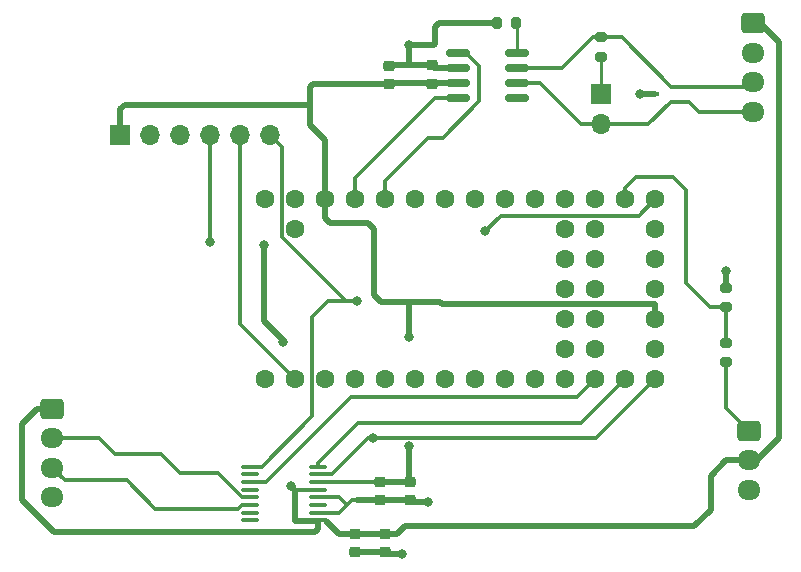
<source format=gbr>
G04 #@! TF.GenerationSoftware,KiCad,Pcbnew,7.0.8*
G04 #@! TF.CreationDate,2024-01-21T01:23:09-07:00*
G04 #@! TF.ProjectId,Pedal Load ,50656461-6c20-44c6-9f61-64202e6b6963,rev?*
G04 #@! TF.SameCoordinates,Original*
G04 #@! TF.FileFunction,Copper,L1,Top*
G04 #@! TF.FilePolarity,Positive*
%FSLAX46Y46*%
G04 Gerber Fmt 4.6, Leading zero omitted, Abs format (unit mm)*
G04 Created by KiCad (PCBNEW 7.0.8) date 2024-01-21 01:23:09*
%MOMM*%
%LPD*%
G01*
G04 APERTURE LIST*
G04 Aperture macros list*
%AMRoundRect*
0 Rectangle with rounded corners*
0 $1 Rounding radius*
0 $2 $3 $4 $5 $6 $7 $8 $9 X,Y pos of 4 corners*
0 Add a 4 corners polygon primitive as box body*
4,1,4,$2,$3,$4,$5,$6,$7,$8,$9,$2,$3,0*
0 Add four circle primitives for the rounded corners*
1,1,$1+$1,$2,$3*
1,1,$1+$1,$4,$5*
1,1,$1+$1,$6,$7*
1,1,$1+$1,$8,$9*
0 Add four rect primitives between the rounded corners*
20,1,$1+$1,$2,$3,$4,$5,0*
20,1,$1+$1,$4,$5,$6,$7,0*
20,1,$1+$1,$6,$7,$8,$9,0*
20,1,$1+$1,$8,$9,$2,$3,0*%
G04 Aperture macros list end*
G04 #@! TA.AperFunction,SMDPad,CuDef*
%ADD10RoundRect,0.200000X0.275000X-0.200000X0.275000X0.200000X-0.275000X0.200000X-0.275000X-0.200000X0*%
G04 #@! TD*
G04 #@! TA.AperFunction,SMDPad,CuDef*
%ADD11RoundRect,0.225000X0.250000X-0.225000X0.250000X0.225000X-0.250000X0.225000X-0.250000X-0.225000X0*%
G04 #@! TD*
G04 #@! TA.AperFunction,SMDPad,CuDef*
%ADD12RoundRect,0.225000X-0.250000X0.225000X-0.250000X-0.225000X0.250000X-0.225000X0.250000X0.225000X0*%
G04 #@! TD*
G04 #@! TA.AperFunction,ComponentPad*
%ADD13O,1.950000X1.700000*%
G04 #@! TD*
G04 #@! TA.AperFunction,ComponentPad*
%ADD14RoundRect,0.250000X-0.725000X0.600000X-0.725000X-0.600000X0.725000X-0.600000X0.725000X0.600000X0*%
G04 #@! TD*
G04 #@! TA.AperFunction,SMDPad,CuDef*
%ADD15RoundRect,0.100000X-0.637500X-0.100000X0.637500X-0.100000X0.637500X0.100000X-0.637500X0.100000X0*%
G04 #@! TD*
G04 #@! TA.AperFunction,SMDPad,CuDef*
%ADD16R,0.700000X0.450000*%
G04 #@! TD*
G04 #@! TA.AperFunction,SMDPad,CuDef*
%ADD17RoundRect,0.200000X0.200000X0.275000X-0.200000X0.275000X-0.200000X-0.275000X0.200000X-0.275000X0*%
G04 #@! TD*
G04 #@! TA.AperFunction,SMDPad,CuDef*
%ADD18RoundRect,0.150000X-0.825000X-0.150000X0.825000X-0.150000X0.825000X0.150000X-0.825000X0.150000X0*%
G04 #@! TD*
G04 #@! TA.AperFunction,SMDPad,CuDef*
%ADD19RoundRect,0.200000X-0.275000X0.200000X-0.275000X-0.200000X0.275000X-0.200000X0.275000X0.200000X0*%
G04 #@! TD*
G04 #@! TA.AperFunction,ComponentPad*
%ADD20O,1.700000X1.700000*%
G04 #@! TD*
G04 #@! TA.AperFunction,ComponentPad*
%ADD21R,1.700000X1.700000*%
G04 #@! TD*
G04 #@! TA.AperFunction,ComponentPad*
%ADD22C,1.600000*%
G04 #@! TD*
G04 #@! TA.AperFunction,ViaPad*
%ADD23C,0.800000*%
G04 #@! TD*
G04 #@! TA.AperFunction,Conductor*
%ADD24C,0.300000*%
G04 #@! TD*
G04 #@! TA.AperFunction,Conductor*
%ADD25C,0.500000*%
G04 #@! TD*
G04 #@! TA.AperFunction,Conductor*
%ADD26C,0.250000*%
G04 #@! TD*
G04 APERTURE END LIST*
D10*
X168000000Y-80000000D03*
X168000000Y-81650000D03*
D11*
X143080000Y-61170000D03*
X143080000Y-62720000D03*
D12*
X141240000Y-97975000D03*
X141240000Y-96425000D03*
D13*
X169925000Y-97100000D03*
X169925000Y-94600000D03*
D14*
X169925000Y-92100000D03*
D15*
X133462500Y-95125000D03*
X133462500Y-95775000D03*
X133462500Y-96425000D03*
X133462500Y-97075000D03*
X133462500Y-97725000D03*
X133462500Y-98375000D03*
X133462500Y-99025000D03*
X133462500Y-99675000D03*
X127737500Y-99675000D03*
X127737500Y-99025000D03*
X127737500Y-98375000D03*
X127737500Y-97725000D03*
X127737500Y-97075000D03*
X127737500Y-96425000D03*
X127737500Y-95775000D03*
X127737500Y-95125000D03*
D16*
X162020584Y-63619416D03*
X164020584Y-62969416D03*
X164020584Y-64269416D03*
D10*
X168000000Y-84650000D03*
X168000000Y-86300000D03*
D12*
X138700000Y-97975000D03*
X138700000Y-96425000D03*
D13*
X170300000Y-65100000D03*
X170300000Y-62600000D03*
X170300000Y-60100000D03*
D14*
X170300000Y-57600000D03*
D17*
X148575000Y-57600000D03*
X150225000Y-57600000D03*
D18*
X150300000Y-60130000D03*
X150300000Y-61400000D03*
X150300000Y-62670000D03*
X150300000Y-63940000D03*
X145350000Y-63940000D03*
X145350000Y-62670000D03*
X145350000Y-61400000D03*
X145350000Y-60130000D03*
D13*
X110954416Y-97745584D03*
X110954416Y-95245584D03*
X110954416Y-92745584D03*
D14*
X110954416Y-90245584D03*
D19*
X157400000Y-60425000D03*
X157400000Y-58775000D03*
D20*
X129404416Y-67045584D03*
X126864416Y-67045584D03*
X124324416Y-67045584D03*
X121784416Y-67045584D03*
X119244416Y-67045584D03*
D21*
X116704416Y-67045584D03*
D12*
X139140000Y-102375000D03*
X139140000Y-100825000D03*
X136600000Y-102375000D03*
X136600000Y-100825000D03*
D22*
X154394416Y-85165584D03*
X156934416Y-85165584D03*
X154394416Y-82625584D03*
X156934416Y-82625584D03*
X154394416Y-80085584D03*
X156934416Y-80085584D03*
X154394416Y-77545584D03*
X156934416Y-77545584D03*
X154394416Y-75005584D03*
X156934416Y-75005584D03*
X131534416Y-75005584D03*
X128994416Y-72465584D03*
X131534416Y-72465584D03*
X134074416Y-72465584D03*
X136614416Y-72465584D03*
X139154416Y-72465584D03*
X141694416Y-72465584D03*
X144234416Y-72465584D03*
X146774416Y-72465584D03*
X149314416Y-72465584D03*
X151854416Y-72465584D03*
X154394416Y-72465584D03*
X156934416Y-72465584D03*
X159474416Y-72465584D03*
X162014416Y-72465584D03*
X162014416Y-75005584D03*
X162014416Y-77545584D03*
X162014416Y-80085584D03*
X162014416Y-82625584D03*
X162014416Y-85165584D03*
X162014416Y-87705584D03*
X159474416Y-87705584D03*
X156934416Y-87705584D03*
X154394416Y-87705584D03*
X151854416Y-87705584D03*
X149314416Y-87705584D03*
X146774416Y-87705584D03*
X144234416Y-87705584D03*
X141694416Y-87705584D03*
X139154416Y-87705584D03*
X136614416Y-87705584D03*
X134074416Y-87705584D03*
X131534416Y-87705584D03*
X128994416Y-87705584D03*
D11*
X139500000Y-61225000D03*
X139500000Y-62775000D03*
D20*
X157400000Y-66165000D03*
D21*
X157400000Y-63625000D03*
D23*
X141200000Y-59400000D03*
X140600000Y-102500000D03*
X142800000Y-98100000D03*
X168000000Y-78600000D03*
X160700000Y-63600000D03*
X141200000Y-84200000D03*
X141200000Y-93424500D03*
X131200000Y-96800000D03*
X128900000Y-76400000D03*
X130500000Y-84600000D03*
X138100000Y-92700000D03*
X124324416Y-76074593D03*
X147600000Y-75200000D03*
X136800000Y-81100000D03*
D24*
X146030000Y-60130000D02*
X147100000Y-61200000D01*
X142800000Y-67300000D02*
X139154416Y-70945584D01*
X147100000Y-61200000D02*
X147100000Y-64200000D01*
X147100000Y-64200000D02*
X144000000Y-67300000D01*
X139154416Y-70945584D02*
X139154416Y-72465584D01*
X145350000Y-60130000D02*
X146030000Y-60130000D01*
X144000000Y-67300000D02*
X142800000Y-67300000D01*
X135275000Y-99025000D02*
X135900000Y-98400000D01*
D25*
X143300000Y-59400000D02*
X141200000Y-59400000D01*
X141200000Y-61170000D02*
X139555000Y-61170000D01*
D24*
X135900000Y-98400000D02*
X136325000Y-97975000D01*
D25*
X140600000Y-102500000D02*
X139265000Y-102500000D01*
D24*
X136325000Y-97975000D02*
X137000000Y-97975000D01*
D25*
X160700000Y-63600000D02*
X162001168Y-63600000D01*
X143310000Y-61400000D02*
X143080000Y-61170000D01*
X143700000Y-57600000D02*
X143400000Y-57900000D01*
D24*
X135225000Y-97725000D02*
X135900000Y-98400000D01*
D25*
X137000000Y-97975000D02*
X136725000Y-97975000D01*
X141240000Y-97975000D02*
X138700000Y-97975000D01*
X143080000Y-61170000D02*
X141200000Y-61170000D01*
X141200000Y-61170000D02*
X141200000Y-59400000D01*
X139265000Y-102500000D02*
X139140000Y-102375000D01*
X142800000Y-98100000D02*
X141365000Y-98100000D01*
X148575000Y-57600000D02*
X143700000Y-57600000D01*
X143400000Y-59300000D02*
X143300000Y-59400000D01*
X139140000Y-102375000D02*
X136600000Y-102375000D01*
X139555000Y-61170000D02*
X139500000Y-61225000D01*
D24*
X133462500Y-99025000D02*
X135275000Y-99025000D01*
D25*
X138700000Y-97975000D02*
X137000000Y-97975000D01*
X143400000Y-57900000D02*
X143400000Y-59300000D01*
D26*
X162001168Y-63600000D02*
X162020584Y-63619416D01*
D24*
X133462500Y-97725000D02*
X135225000Y-97725000D01*
D25*
X141365000Y-98100000D02*
X141240000Y-97975000D01*
X168000000Y-79795000D02*
X168000000Y-78600000D01*
X145350000Y-61400000D02*
X143310000Y-61400000D01*
X117095584Y-64504416D02*
X116704416Y-64895584D01*
X134074416Y-74074416D02*
X134074416Y-72465584D01*
X141200000Y-96200000D02*
X141200000Y-93424500D01*
X143170000Y-62810000D02*
X143080000Y-62720000D01*
X143925000Y-81335584D02*
X143800000Y-81210584D01*
X132804416Y-62995584D02*
X133025000Y-62775000D01*
X132804416Y-66204416D02*
X134074416Y-67474416D01*
X137700000Y-74500000D02*
X134500000Y-74500000D01*
X141200000Y-84200000D02*
X141200000Y-81210584D01*
X162014416Y-82625584D02*
X162014416Y-81335584D01*
X134074416Y-67474416D02*
X134074416Y-72465584D01*
X116704416Y-64895584D02*
X116704416Y-67045584D01*
X143800000Y-81210584D02*
X138819416Y-81210584D01*
X138700000Y-96425000D02*
X141240000Y-96425000D01*
X141200000Y-81210584D02*
X143800000Y-81210584D01*
X132804416Y-66195584D02*
X132804416Y-62995584D01*
D24*
X133462500Y-96425000D02*
X138700000Y-96425000D01*
D25*
X132804416Y-66195584D02*
X132804416Y-64504416D01*
X138200000Y-75000000D02*
X137700000Y-74500000D01*
X134500000Y-74500000D02*
X134074416Y-74074416D01*
X132804416Y-64504416D02*
X117095584Y-64504416D01*
X133025000Y-62775000D02*
X139500000Y-62775000D01*
X139605000Y-62670000D02*
X139500000Y-62775000D01*
X138800000Y-81191168D02*
X138200000Y-80591168D01*
X138200000Y-80591168D02*
X138200000Y-75000000D01*
X145350000Y-62670000D02*
X139605000Y-62670000D01*
X132804416Y-66195584D02*
X132804416Y-66204416D01*
X162014416Y-81335584D02*
X143925000Y-81335584D01*
D24*
X136614416Y-70685584D02*
X136614416Y-72465584D01*
X145350000Y-63940000D02*
X143360000Y-63940000D01*
X145350000Y-63940000D02*
X145045000Y-63940000D01*
X143360000Y-63940000D02*
X136614416Y-70685584D01*
X150300000Y-62670000D02*
X150676751Y-62670000D01*
X163330584Y-64269416D02*
X161435000Y-66165000D01*
X161435000Y-66165000D02*
X157400000Y-66165000D01*
X164900000Y-64300000D02*
X165700000Y-65100000D01*
X155765000Y-66165000D02*
X152270000Y-62670000D01*
X157400000Y-66165000D02*
X155765000Y-66165000D01*
X164869416Y-64269416D02*
X164020584Y-64269416D01*
X164020584Y-64269416D02*
X163330584Y-64269416D01*
X152270000Y-62670000D02*
X150300000Y-62670000D01*
X164900000Y-64300000D02*
X164869416Y-64269416D01*
X165700000Y-65100000D02*
X170300000Y-65100000D01*
X169930584Y-62969416D02*
X170300000Y-62600000D01*
X163369416Y-62969416D02*
X159175000Y-58775000D01*
X154100000Y-61400000D02*
X150300000Y-61400000D01*
X159175000Y-58775000D02*
X157400000Y-58775000D01*
X164020584Y-62969416D02*
X163369416Y-62969416D01*
X164020584Y-62969416D02*
X169930584Y-62969416D01*
X156725000Y-58775000D02*
X154100000Y-61400000D01*
X157400000Y-58775000D02*
X156725000Y-58775000D01*
D26*
X150300000Y-57651168D02*
X150279416Y-57630584D01*
X150300000Y-60130000D02*
X150300000Y-57651168D01*
D24*
X126864416Y-83035584D02*
X131534416Y-87705584D01*
X126864416Y-67045584D02*
X126864416Y-83035584D01*
X124974543Y-95650584D02*
X121750584Y-95650584D01*
X116272791Y-94100000D02*
X114918375Y-92745584D01*
X127048959Y-97725000D02*
X124974543Y-95650584D01*
X114918375Y-92745584D02*
X110954416Y-92745584D01*
X121750584Y-95650584D02*
X120200000Y-94100000D01*
X120200000Y-94100000D02*
X116272791Y-94100000D01*
X127737500Y-97725000D02*
X127048959Y-97725000D01*
X127048959Y-98375000D02*
X127737500Y-98375000D01*
X119700000Y-98700000D02*
X126723959Y-98700000D01*
X126723959Y-98700000D02*
X127048959Y-98375000D01*
X112009416Y-96300584D02*
X117300584Y-96300584D01*
X117300584Y-96300584D02*
X119700000Y-98700000D01*
X110954416Y-95245584D02*
X112009416Y-96300584D01*
D25*
X140800000Y-100200000D02*
X165300000Y-100200000D01*
X172500000Y-92700000D02*
X172500000Y-59200000D01*
X128900000Y-82800000D02*
X129900000Y-83800000D01*
X128900000Y-76400000D02*
X128900000Y-82800000D01*
X168000000Y-94600000D02*
X169925000Y-94600000D01*
X133200000Y-100700000D02*
X133462500Y-100437500D01*
X139140000Y-100825000D02*
X140175000Y-100825000D01*
X131475000Y-99675000D02*
X131525000Y-99725000D01*
X169925000Y-94600000D02*
X170600000Y-94600000D01*
X108400000Y-91500000D02*
X108400000Y-98000000D01*
X166700000Y-98800000D02*
X166700000Y-95900000D01*
X129900000Y-83800000D02*
X130500000Y-84400000D01*
X108400000Y-98000000D02*
X111100000Y-100700000D01*
X136600000Y-100825000D02*
X135225000Y-100825000D01*
X130500000Y-84400000D02*
X130500000Y-84600000D01*
X111100000Y-100700000D02*
X133200000Y-100700000D01*
X131475000Y-97075000D02*
X131475000Y-99675000D01*
X140175000Y-100825000D02*
X140800000Y-100200000D01*
X165300000Y-100200000D02*
X166700000Y-98800000D01*
X131525000Y-99725000D02*
X133400000Y-99725000D01*
X170600000Y-94600000D02*
X172500000Y-92700000D01*
X109654416Y-90245584D02*
X108400000Y-91500000D01*
X110954416Y-90245584D02*
X109654416Y-90245584D01*
D24*
X133462500Y-97075000D02*
X131475000Y-97075000D01*
D25*
X172500000Y-59200000D02*
X170900000Y-57600000D01*
X135225000Y-100825000D02*
X135200000Y-100800000D01*
D24*
X131475000Y-97075000D02*
X131200000Y-96800000D01*
D25*
X136600000Y-100825000D02*
X139140000Y-100825000D01*
X166700000Y-95900000D02*
X168000000Y-94600000D01*
X170900000Y-57600000D02*
X170300000Y-57600000D01*
X133462500Y-100437500D02*
X133462500Y-99725000D01*
X135200000Y-100800000D02*
X134125000Y-99725000D01*
D24*
X133487500Y-95750000D02*
X134650000Y-95750000D01*
X157020000Y-92700000D02*
X162014416Y-87705584D01*
X138100000Y-92700000D02*
X157020000Y-92700000D01*
X134650000Y-95750000D02*
X137700000Y-92700000D01*
X124324416Y-67045584D02*
X124324416Y-76074593D01*
X137700000Y-92700000D02*
X138100000Y-92700000D01*
X133462500Y-95775000D02*
X133487500Y-95750000D01*
X164600000Y-79600000D02*
X164600000Y-71700000D01*
X164600000Y-71700000D02*
X163500000Y-70600000D01*
X168000000Y-81650000D02*
X166650000Y-81650000D01*
X159474416Y-71525584D02*
X159474416Y-72465584D01*
X168000000Y-83100000D02*
X168000000Y-83000000D01*
X163500000Y-70600000D02*
X160400000Y-70600000D01*
X166650000Y-81650000D02*
X164600000Y-79600000D01*
X160400000Y-70600000D02*
X159474416Y-71525584D01*
X168000000Y-83100000D02*
X168000000Y-81650000D01*
X168000000Y-84650000D02*
X168000000Y-83100000D01*
X134300000Y-81100000D02*
X135800000Y-81100000D01*
X160599416Y-73880584D02*
X162014416Y-72465584D01*
X132949416Y-90850584D02*
X132949416Y-82450584D01*
X147600000Y-75200000D02*
X148919416Y-73880584D01*
X128675000Y-95125000D02*
X132949416Y-90850584D01*
X136200000Y-81100000D02*
X136800000Y-81100000D01*
X148919416Y-73880584D02*
X160599416Y-73880584D01*
X130409416Y-68050584D02*
X130409416Y-75709416D01*
X135800000Y-81100000D02*
X136200000Y-81100000D01*
X132949416Y-82450584D02*
X134300000Y-81100000D01*
X129404416Y-67045584D02*
X130409416Y-68050584D01*
X130409416Y-75709416D02*
X135800000Y-81100000D01*
X127737500Y-95125000D02*
X128675000Y-95125000D01*
X168000000Y-90175000D02*
X168000000Y-86300000D01*
X169925000Y-92100000D02*
X168000000Y-90175000D01*
D26*
X157400000Y-60850000D02*
X157400000Y-63625000D01*
D24*
X127737500Y-96425000D02*
X129075000Y-96425000D01*
X155410693Y-89229307D02*
X156934416Y-87705584D01*
X136270693Y-89229307D02*
X155410693Y-89229307D01*
X129075000Y-96425000D02*
X136270693Y-89229307D01*
X133462500Y-95125000D02*
X133462500Y-94800000D01*
X136804256Y-91458244D02*
X155721756Y-91458244D01*
X155721756Y-91458244D02*
X159474416Y-87705584D01*
X133462500Y-94800000D02*
X136804256Y-91458244D01*
M02*

</source>
